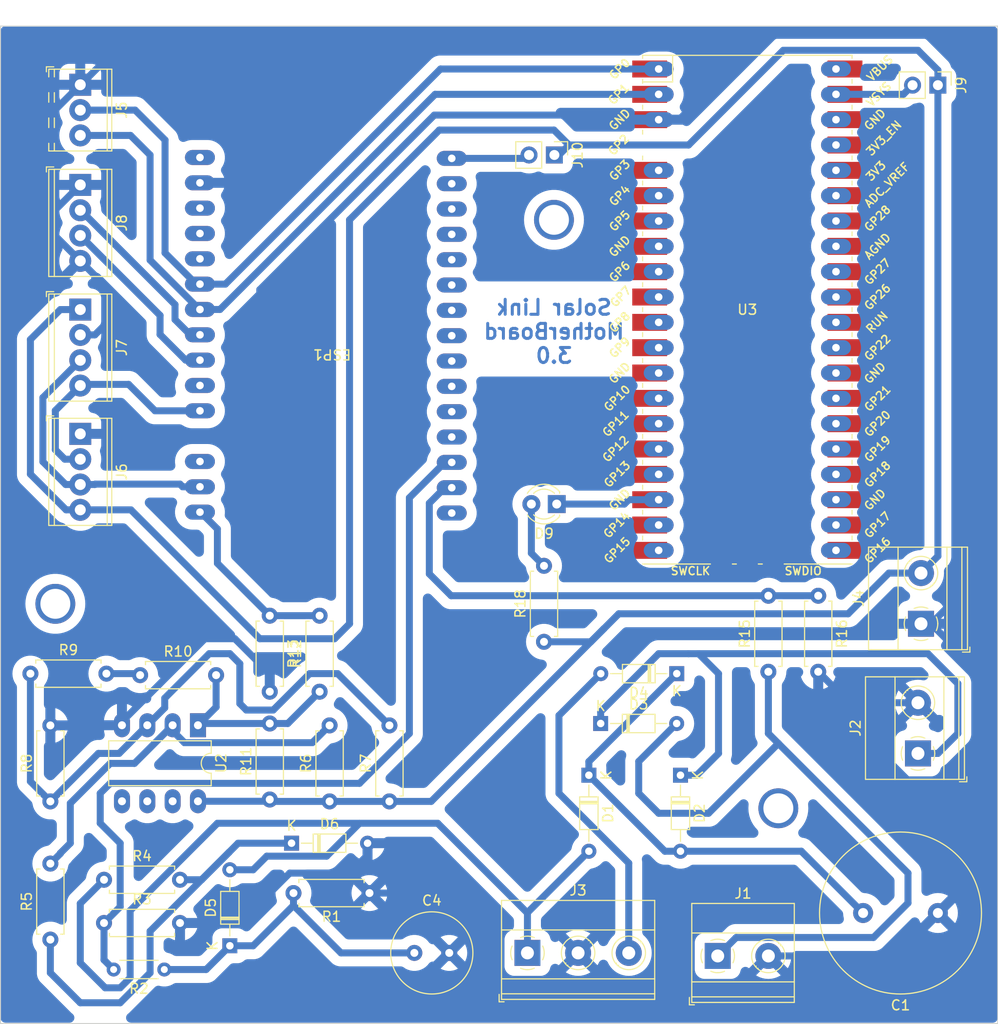
<source format=kicad_pcb>
(kicad_pcb (version 20221018) (generator pcbnew)
  (layers (0 "F.Cu" signal) (31 "B.Cu" signal) (34 "B.Paste" user) (35 "F.Paste" user) (36 "B.SilkS" user "B.Silkscreen") (37 "F.SilkS" user "F.Silkscreen") (38 "B.Mask" user) (39 "F.Mask" user) (44 "Edge.Cuts" user))
  (net 0 "")
  (net 1 "Bat 2")
  (net 2 "Net-(D1-K)")
  (net 3 "Fuente 12v")
  (net 4 "Fuente 5v")
  (net 5 "Net-(D5-K)")
  (net 6 "Trans 1")
  (net 7 "Bat 1")
  (net 8 "Trans 2")
  (net 9 "Net-(D6-K)")
  (net 10 "Net-(D9-A)")
  (net 18 "ESP1, ADC")
  (net 22 "Net-(ESP1-ADC2_4,RTCGPIO14,GPIO13,TOUCH_4,HSPI_MOSI,SD_DAT3)")
  (net 24 "ESP2")
  (net 25 "ESP6, SCL")
  (net 26 "ESP5, SDA")
  (net 27 "ESP4, I{slash}O")
  (net 28 "ESP3, I{slash}O")
  (net 30 "ESP8, Tx")
  (net 31 "ESP7, Rx")
  (net 32 "ESP 12, ADC")
  (net 38 "Net-(U2--)")
  (net 39 "Net-(U2-+)")
  (net 40 "Net-(R10-Pad1)")
  (net 41 "Net-(R10-Pad2)")
  (net 59 "GNDREF")
  (net 78 "Net-(J9-Pin_2)")
  (footprint "Resistor_THT:R_Axial_DIN0207_L6.3mm_D2.5mm_P7.62mm_Horizontal" (layer "F.Cu") (at 142 136 180)
    (fp_text reference "R1")
    (fp_text value "10k")
  )
  (footprint "TerminalBlock_Phoenix:TerminalBlock_Phoenix_MPT-0,5-4-2.54_1x04_P2.54mm_Horizontal" (layer "F.Cu") (at 113 65 -90)
    (fp_text reference "J8")
    (fp_text value "Conmutacion" hide)
  )
  (footprint "Resistor_THT:R_Axial_DIN0207_L6.3mm_D2.5mm_P7.62mm_Horizontal" (layer "F.Cu") (at 108 114)
    (fp_text reference "R9")
    (fp_text value "10M")
  )
  (footprint "TerminalBlock_Phoenix:TerminalBlock_Phoenix_MKDS-1,5-2-5.08_1x02_P5.08mm_Horizontal" (layer "F.Cu") (at 197 122 90)
    (fp_text reference "J2")
    (fp_text value "Salida 12V")
  )
  (footprint "Diode_THT:D_DO-34_SOD68_P7.62mm_Horizontal" (layer "F.Cu") (at 164 124.185 -90)
    (fp_text reference "D1")
    (fp_text value "D")
  )
  (footprint "ESP32DevKitV1:ESP32 15pin" (layer "F.Cu") (at 138.25 81.5 180)
    (fp_text reference "ESP1")
    (fp_text value "~")
  )
  (footprint "Resistor_THT:R_Axial_DIN0207_L6.3mm_D2.5mm_P7.62mm_Horizontal" (layer "F.Cu") (at 187 106.19 -90)
    (fp_text reference "R16")
    (fp_text value "10k")
  )
  (footprint "Resistor_THT:R_Axial_DIN0207_L6.3mm_D2.5mm_P7.62mm_Horizontal" (layer "F.Cu") (at 115.38 139)
    (fp_text reference "R3")
    (fp_text value "10k")
  )
  (footprint "Package_DIP:DIP-8_W7.62mm_LongPads" (layer "F.Cu") (at 124.8 119.175 -90)
    (fp_text reference "U2")
    (fp_text value "AD8603")
  )
  (footprint "TerminalBlock_Phoenix:TerminalBlock_Phoenix_MKDS-1,5-2-5.08_1x02_P5.08mm_Horizontal" (layer "F.Cu") (at 197.305 109 90)
    (fp_text reference "J4")
    (fp_text value "Salida 5v")
  )
  (footprint "Resistor_THT:R_Axial_DIN0207_L6.3mm_D2.5mm_P7.62mm_Horizontal" (layer "F.Cu") (at 110 140.665 90)
    (fp_text reference "R5")
    (fp_text value "5,1k")
  )
  (footprint "TerminalBlock_Phoenix:TerminalBlock_Phoenix_MPT-0,5-4-2.54_1x04_P2.54mm_Horizontal" (layer "F.Cu") (at 113 89.96 -90)
    (fp_text reference "J6")
    (fp_text value "LCD" hide)
  )
  (footprint "Diode_THT:D_DO-34_SOD68_P7.62mm_Horizontal" (layer "F.Cu") (at 128 141.285 90)
    (fp_text reference "D5")
    (fp_text value "D")
  )
  (footprint "Resistor_THT:R_Axial_DIN0207_L6.3mm_D2.5mm_P7.62mm_Horizontal" (layer "F.Cu") (at 138 126.81 90)
    (fp_text reference "R6")
    (fp_text value "100k")
  )
  (footprint "Diode_THT:D_DO-34_SOD68_P7.62mm_Horizontal" (layer "F.Cu") (at 134.185 131)
    (fp_text reference "D6")
    (fp_text value "1N914")
  )
  (footprint "Raspberry Pi Pico:RPi_Pico_SMD_TH" (layer "F.Cu") (at 179.89 77.51)
    (fp_text reference "U3")
    (fp_text value "Pico")
  )
  (footprint "Diode_THT:D_DO-34_SOD68_P7.62mm_Horizontal" (layer "F.Cu") (at 173.185 124.185 -90)
    (fp_text reference "D2")
    (fp_text value "D")
  )
  (footprint "Resistor_THT:R_Axial_DIN0207_L6.3mm_D2.5mm_P7.62mm_Horizontal" (layer "F.Cu") (at 137 115.81 90)
    (fp_text reference "R12")
    (fp_text value "100k")
  )
  (footprint "TerminalBlock_Phoenix:TerminalBlock_Phoenix_MPT-0,5-4-2.54_1x04_P2.54mm_Horizontal" (layer "F.Cu") (at 113 77.5 -90)
    (fp_text reference "J7")
    (fp_text value "Corriente")
  )
  (footprint "Resistor_THT:R_Axial_DIN0207_L6.3mm_D2.5mm_P7.62mm_Horizontal" (layer "F.Cu") (at 159.5 110.81 90)
    (fp_text reference "R18")
    (fp_text value "1k")
  )
  (footprint "Resistor_THT:R_Axial_DIN0207_L6.3mm_D2.5mm_P7.62mm_Horizontal" (layer "F.Cu") (at 110 126.81 90)
    (fp_text reference "R8")
    (fp_text value "10k")
  )
  (footprint "Resistor_THT:R_Axial_DIN0207_L6.3mm_D2.5mm_P7.62mm_Horizontal" (layer "F.Cu") (at 132 126.62 90)
    (fp_text reference "R11")
    (fp_text value "5,1k")
  )
  (footprint "Resistor_THT:R_Axial_DIN0207_L6.3mm_D2.5mm_P7.62mm_Horizontal" (layer "F.Cu") (at 132 108.19 -90)
    (fp_text reference "R13")
    (fp_text value "150k")
  )
  (footprint "Resistor_THT:R_Axial_DIN0204_L3.6mm_D1.6mm_P5.08mm_Horizontal" (layer "F.Cu") (at 121.425 143.665 180)
    (fp_text reference "R2")
    (fp_text value "220k")
  )
  (footprint "Resistor_THT:R_Axial_DIN0207_L6.3mm_D2.5mm_P7.62mm_Horizontal" (layer "F.Cu") (at 115.38 134.665)
    (fp_text reference "R4")
    (fp_text value "5,1k")
  )
  (footprint "Connector_PinHeader_2.54mm:PinHeader_1x02_P2.54mm_Vertical" (layer "F.Cu") (at 199 55 -90)
    (fp_text reference "J9")
    (fp_text value "Conn_01x02_Pin")
  )
  (footprint "Diode_THT:D_DO-34_SOD68_P7.62mm_Horizontal" (layer "F.Cu") (at 165.185 119)
    (fp_text reference "D3")
    (fp_text value "D")
  )
  (footprint "Capacitor_THT:C_Radial_D16.0mm_H25.0mm_P7.50mm" (layer "F.Cu") (at 199 138 180)
    (fp_text reference "C1")
    (fp_text value "2200uF")
  )
  (footprint "LED_THT:LED_D3.0mm" (layer "F.Cu") (at 160.775 97 180)
    (fp_text reference "D9")
    (fp_text value "Verde")
  )
  (footprint "Connector_PinHeader_2.54mm:PinHeader_1x02_P2.54mm_Vertical" (layer "F.Cu") (at 160.54 62 -90)
    (fp_text reference "J10")
    (fp_text value "Conn_01x02_Pin" hide)
  )
  (footprint "Diode_THT:D_DO-34_SOD68_P7.62mm_Horizontal" (layer "F.Cu") (at 172.815 114 180)
    (fp_text reference "D4")
    (fp_text value "D")
  )
  (footprint "TerminalBlock_Phoenix:TerminalBlock_Phoenix_MKDS-1,5-2-5.08_1x02_P5.08mm_Horizontal" (layer "F.Cu") (at 176.92 142.305)
    (fp_text reference "J1")
    (fp_text value "Bateria")
  )
  (footprint "TerminalBlock_Phoenix:TerminalBlock_Phoenix_MPT-0,5-3-2.54_1x03_P2.54mm_Horizontal" (layer "F.Cu") (at 113 54.96 -90)
    (fp_text reference "J5")
    (fp_text value "Raspberry Pi" hide)
  )
  (footprint "Capacitor_THT:C_Radial_D8.0mm_H11.5mm_P3.50mm" (layer "F.Cu") (at 146.5 142)
    (fp_text reference "C4")
    (fp_text value "100u")
  )
  (footprint "TerminalBlock_Phoenix:TerminalBlock_Phoenix_MKDS-1,5-3-5.08_1x03_P5.08mm_Horizontal" (layer "F.Cu") (at 157.84 142)
    (fp_text reference "J3")
    (fp_text value "Transformador")
  )
  (footprint "Resistor_THT:R_Axial_DIN0207_L6.3mm_D2.5mm_P7.62mm_Horizontal" (layer "F.Cu") (at 144 126.81 90)
    (fp_text reference "R7")
    (fp_text value "100k")
  )
  (footprint "Resistor_THT:R_Axial_DIN0207_L6.3mm_D2.5mm_P7.62mm_Horizontal" (layer "F.Cu") (at 119 114.15)
    (fp_text reference "R10")
    (fp_text value "10M")
  )
  (footprint "Resistor_THT:R_Axial_DIN0207_L6.3mm_D2.5mm_P7.62mm_Horizontal" (layer "F.Cu") (at 182 113.81 90)
    (fp_text reference "R15")
    (fp_text value "100k")
  )
  (gr_line (start 205 49.08) (end 205 149.08) (stroke (width 0.1)) (layer "Edge.Cuts"))
  (gr_line (start 105 149.08) (end 105 49.08) (stroke (width 0.1)) (layer "Edge.Cuts"))
  (gr_line (start 105 49.08) (end 205 49.08) (stroke (width 0.1)) (layer "Edge.Cuts"))
  (gr_line (start 205 149.08) (end 105 149.08) (stroke (width 0.1)) (layer "Edge.Cuts"))
  (gr_text "Solar Link\nMotherBoard\n3.0" (at 160.5 83) (layer "B.Cu") (effects (font (size 1.5 1.5) (thickness 0.3) bold) (justify bottom mirror)))
  (via (at 160.5 68.5) (size 4) (drill 3) (layers "F.Cu" "B.Cu") (net 0))
  (via (at 110.5 107) (size 4) (drill 3) (layers "F.Cu" "B.Cu") (net 0))
  (via (at 183 127.5) (size 4) (drill 3) (layers "F.Cu" "B.Cu") (net 0))
  (segment (start 190.11 116.92) (end 190.11 118.81) (width 0.7) (layer "B.Cu") (net 1))
  (segment (start 167.92 147) (end 162.92 142) (width 0.7) (layer "B.Cu") (net 1))
  (segment (start 117.18 119.175) (end 110.015 119.175) (width 0.7) (layer "B.Cu") (net 1))
  (segment (start 203 134) (end 203 132) (width 0.7) (layer "B.Cu") (net 1))
  (segment (start 194.695 142.305) (end 199 138) (width 0.7) (layer "B.Cu") (net 1))
  (segment (start 113 65) (end 110.5 67.5) (width 0.7) (layer "B.Cu") (net 1))
  (segment (start 116 75.62) (end 113 72.62) (width 0.7) (layer "B.Cu") (net 1))
  (segment (start 129 139) (end 123 139) (width 0.7) (layer "B.Cu") (net 1))
  (segment (start 113 54.96) (end 110.5 57.46) (width 0.7) (layer "B.Cu") (net 1))
  (segment (start 132 114) (end 128.5 110.5) (width 0.7) (layer "B.Cu") (net 1))
  (segment (start 181.5 50) (end 178.5 50) (width 0.7) (layer "B.Cu") (net 1))
  (segment (start 203 131) (end 203 113.695) (width 0.7) (layer "B.Cu") (net 1))
  (segment (start 150 142) (end 155 147) (width 0.7) (layer "B.Cu") (net 1))
  (segment (start 113.04 54.96) (end 117.5 50.5) (width 0.7) (layer "B.Cu") (net 1))
  (segment (start 126.75 64.79) (end 128.21 64.79) (width 0.7) (layer "B.Cu") (net 1))
  (segment (start 182 142.305) (end 194.695 142.305) (width 0.7) (layer "B.Cu") (net 1))
  (segment (start 125.5 110.5) (end 117.18 118.82) (width 0.7) (layer "B.Cu") (net 1))
  (segment (start 117.5 50.5) (end 142.5 50.5) (width 0.7) (layer "B.Cu") (net 1))
  (segment (start 203 132) (end 203 131) (width 0.7) (layer "B.Cu") (net 1))
  (segment (start 116 78.5) (end 116 75.62) (width 0.7) (layer "B.Cu") (net 1))
  (segment (start 199 138) (end 203 134) (width 0.7) (layer "B.Cu") (net 1))
  (segment (start 197.305 109) (end 198.305 109) (width 0.7) (layer "B.Cu") (net 1))
  (segment (start 134 134) (end 129 139) (width 0.7) (layer "B.Cu") (net 1))
  (segment (start 144 136) (end 142 136) (width 0.7) (layer "B.Cu") (net 1))
  (segment (start 203 113.695) (end 198.305 109) (width 0.7) (layer "B.Cu") (net 1))
  (segment (start 121.5 110.5) (end 106 95) (width 0.7) (layer "B.Cu") (net 1))
  (segment (start 150 142) (end 144 136) (width 0.7) (layer "B.Cu") (net 1))
  (segment (start 132 115.81) (end 132 114) (width 0.7) (layer "B.Cu") (net 1))
  (segment (start 140 134) (end 141.805 132.195) (width 0.7) (layer "B.Cu") (net 1))
  (segment (start 203 131.7) (end 203 132) (width 0.7) (layer "B.Cu") (net 1))
  (segment (start 142.5 50.5) (end 176.5 50.5) (width 0.7) (layer "B.Cu") (net 1))
  (segment (start 182 142.305) (end 177.305 147) (width 0.7) (layer "B.Cu") (net 1))
  (segment (start 171 58.46) (end 173.04 58.46) (width 0.7) (layer "B.Cu") (net 1))
  (segment (start 155 147) (end 167.92 147) (width 0.7) (layer "B.Cu") (net 1))
  (segment (start 113 89.96) (end 128.04 89.96) (width 0.7) (layer "B.Cu") (net 1))
  (segment (start 190.11 118.81) (end 203 131.7) (width 0.7) (layer "B.Cu") (net 1))
  (segment (start 110.5 69.5) (end 110.5 67.5) (width 0.7) (layer "B.Cu") (net 1))
  (segment (start 173.04 58.46) (end 181.5 50) (width 0.7) (layer "B.Cu") (net 1))
  (segment (start 178 50.5) (end 176.5 50.5) (width 0.7) (layer "B.Cu") (net 1))
  (segment (start 200 50) (end 181.5 50) (width 0.7) (layer "B.Cu") (net 1))
  (segment (start 134 134) (end 140 134) (width 0.7) (layer "B.Cu") (net 1))
  (segment (start 106 95) (end 106 74) (width 0.7) (layer "B.Cu") (net 1))
  (segment (start 131 87) (end 131 75.5) (width 0.7) (layer "B.Cu") (net 1))
  (segment (start 140 134) (end 142 136) (width 0.7) (layer "B.Cu") (net 1))
  (segment (start 114.46 80.04) (end 116 78.5) (width 0.7) (layer "B.Cu") (net 1))
  (segment (start 106 74) (end 110.5 69.5) (width 0.7) (layer "B.Cu") (net 1))
  (segment (start 198.305 109) (end 202.5 104.805) (width 0.7) (layer "B.Cu") (net 1))
  (segment (start 202.5 52.5) (end 200 50) (width 0.7) (layer "B.Cu") (net 1))
  (segment (start 128.21 64.79) (end 142.5 50.5) (width 0.7) (layer "B.Cu") (net 1))
  (segment (start 190.11 116.92) (end 187 113.81) (width 0.7) (layer "B.Cu") (net 1))
  (segment (start 110.5 57.46) (end 110.5 58) (width 0.7) (layer "B.Cu") (net 1))
  (segment (start 168 58.46) (end 171 58.46) (width 0.7) (layer "B.Cu") (net 1))
  (segment (start 128.04 89.96) (end 131 87) (width 0.7) (layer "B.Cu") (net 1))
  (segment (start 113 72.62) (end 110.5 70.12) (width 0.7) (layer "B.Cu") (net 1))
  (segment (start 113 80.04) (end 114.46 80.04) (width 0.7) (layer "B.Cu") (net 1))
  (segment (start 110.015 119.175) (end 110 119.19) (width 0.7) (layer "B.Cu") (net 1))
  (segment (start 167.54 58) (end 168 58.46) (width 0.7) (layer "B.Cu") (net 1))
  (segment (start 113 54.96) (end 113.04 54.96) (width 0.7) (layer "B.Cu") (net 1))
  (segment (start 148.5 58) (end 167.54 58) (width 0.7) (layer "B.Cu") (net 1))
  (segment (start 202.5 104.805) (end 202.5 52.5) (width 0.7) (layer "B.Cu") (net 1))
  (segment (start 131 75.5) (end 148.5 58) (width 0.7) (layer "B.Cu") (net 1))
  (segment (start 197 116.92) (end 190.11 116.92) (width 0.7) (layer "B.Cu") (net 1))
  (segment (start 110.5 67.5) (end 110.5 58) (width 0.7) (layer "B.Cu") (net 1))
  (segment (start 117.18 118.82) (end 117.18 119.175) (width 0.7) (layer "B.Cu") (net 1))
  (segment (start 141.805 132.195) (end 141.805 131) (width 0.7) (layer "B.Cu") (net 1))
  (segment (start 178.5 50) (end 178 50.5) (width 0.7) (layer "B.Cu") (net 1))
  (segment (start 177.305 147) (end 167.92 147) (width 0.7) (layer "B.Cu") (net 1))
  (segment (start 110.5 70.12) (end 110.5 69.5) (width 0.7) (layer "B.Cu") (net 1))
  (segment (start 128.5 110.5) (end 125.5 110.5) (width 0.7) (layer "B.Cu") (net 1))
  (segment (start 125.5 110.5) (end 121.5 110.5) (width 0.7) (layer "B.Cu") (net 1))
  (segment (start 164 124.185) (end 164 122.815) (width 0.7) (layer "B.Cu") (net 2))
  (segment (start 173.185 131.805) (end 171.62 131.805) (width 0.7) (layer "B.Cu") (net 2))
  (segment (start 171.62 131.805) (end 164 124.185) (width 0.7) (layer "B.Cu") (net 2))
  (segment (start 191.5 138) (end 185.305 131.805) (width 0.7) (layer "B.Cu") (net 2))
  (segment (start 164 122.815) (end 172.815 114) (width 0.7) (layer "B.Cu") (net 2))
  (segment (start 185.305 131.805) (end 173.185 131.805) (width 0.7) (layer "B.Cu") (net 2))
  (segment (start 171 112) (end 165.185 117.815) (width 0.7) (layer "B.Cu") (net 3))
  (segment (start 177 114) (end 175 112) (width 0.7) (layer "B.Cu") (net 3))
  (segment (start 173.185 124.185) (end 174.815 124.185) (width 0.7) (layer "B.Cu") (net 3))
  (segment (start 174 112) (end 171 112) (width 0.7) (layer "B.Cu") (net 3))
  (segment (start 201 115) (end 198 112) (width 0.7) (layer "B.Cu") (net 3))
  (segment (start 201 120) (end 201 115) (width 0.7) (layer "B.Cu") (net 3))
  (segment (start 198 112) (end 175 112) (width 0.7) (layer "B.Cu") (net 3))
  (segment (start 197 122) (end 199 122) (width 0.7) (layer "B.Cu") (net 3))
  (segment (start 175 112) (end 174 112) (width 0.7) (layer "B.Cu") (net 3))
  (segment (start 199 122) (end 201 120) (width 0.7) (layer "B.Cu") (net 3))
  (segment (start 177 122) (end 177 114) (width 0.7) (layer "B.Cu") (net 3))
  (segment (start 165.185 117.815) (end 165.185 119) (width 0.7) (layer "B.Cu") (net 3))
  (segment (start 174.815 124.185) (end 177 122) (width 0.7) (layer "B.Cu") (net 3))
  (segment (start 199 102.225) (end 199 55) (width 0.7) (layer "B.Cu") (net 4))
  (segment (start 162 61) (end 160.5 59.5) (width 0.7) (layer "B.Cu") (net 4))
  (segment (start 111 77.5) (end 108 80.5) (width 0.7) (layer "B.Cu") (net 4))
  (segment (start 197.305 103.92) (end 199 102.225) (width 0.7) (layer "B.Cu") (net 4))
  (segment (start 148.19 126.81) (end 165.5 109.5) (width 0.7) (layer "B.Cu") (net 4))
  (segment (start 161 62) (end 162 61) (width 0.7) (layer "B.Cu") (net 4))
  (segment (start 140 109) (end 138.5 110.5) (width 0.7) (layer "B.Cu") (net 4))
  (segment (start 162 61) (end 174 61) (width 0.7) (layer "B.Cu") (net 4))
  (segment (start 140 68.5) (end 140 109) (width 0.7) (layer "B.Cu") (net 4))
  (segment (start 118.08 97.58) (end 113 97.58) (width 0.7) (layer "B.Cu") (net 4))
  (segment (start 131.825 126.795) (end 132 126.62) (width 0.7) (layer "B.Cu") (net 4))
  (segment (start 144 126.81) (end 138 126.81) (width 0.7) (layer "B.Cu") (net 4))
  (segment (start 144 126.81) (end 148.19 126.81) (width 0.7) (layer "B.Cu") (net 4))
  (segment (start 108 80.5) (end 108 94) (width 0.7) (layer "B.Cu") (net 4))
  (segment (start 197.305 103.92) (end 194.08 103.92) (width 0.7) (layer "B.Cu") (net 4))
  (segment (start 138.5 110.5) (end 131 110.5) (width 0.7) (layer "B.Cu") (net 4))
  (segment (start 190 108) (end 194.08 103.92) (width 0.7) (layer "B.Cu") (net 4))
  (segment (start 138 126.81) (end 132.19 126.81) (width 0.7) (layer "B.Cu") (net 4))
  (segment (start 124.8 126.795) (end 131.825 126.795) (width 0.7) (layer "B.Cu") (net 4))
  (segment (start 131 110.5) (end 118.08 97.58) (width 0.7) (layer "B.Cu") (net 4))
  (segment (start 167 108) (end 190 108) (width 0.7) (layer "B.Cu") (net 4))
  (segment (start 111.58 97.58) (end 113 97.58) (width 0.7) (layer "B.Cu") (net 4))
  (segment (start 124.975 126.62) (end 124.8 126.795) (width 0.7) (layer "B.Cu") (net 4))
  (segment (start 183.5 51.5) (end 197 51.5) (width 0.7) (layer "B.Cu") (net 4))
  (segment (start 197 51.5) (end 199 53.5) (width 0.7) (layer "B.Cu") (net 4))
  (segment (start 165.5 109.5) (end 167 108) (width 0.7) (layer "B.Cu") (net 4))
  (segment (start 164.19 110.81) (end 165.5 109.5) (width 0.7) (layer "B.Cu") (net 4))
  (segment (start 174 61) (end 183.5 51.5) (width 0.7) (layer "B.Cu") (net 4))
  (segment (start 160.54 62) (end 161 62) (width 0.7) (layer "B.Cu") (net 4))
  (segment (start 149 59.5) (end 140 68.5) (width 0.7) (layer "B.Cu") (net 4))
  (segment (start 160.5 59.5) (end 149 59.5) (width 0.7) (layer "B.Cu") (net 4))
  (segment (start 132.19 126.81) (end 132 126.62) (width 0.7) (layer "B.Cu") (net 4))
  (segment (start 108 94) (end 111.58 97.58) (width 0.7) (layer "B.Cu") (net 4))
  (segment (start 199 53.5) (end 199 55) (width 0.7) (layer "B.Cu") (net 4))
  (segment (start 159.5 110.81) (end 164.19 110.81) (width 0.7) (layer "B.Cu") (net 4))
  (segment (start 113 77.5) (end 111 77.5) (width 0.7) (layer "B.Cu") (net 4))
  (segment (start 121.425 143.665) (end 125.62 143.665) (width 0.7) (layer "B.Cu") (net 5))
  (segment (start 130.335 141.285) (end 128 141.285) (width 0.7) (layer "B.Cu") (net 5))
  (segment (start 146.5 142) (end 139.14 142) (width 0.7) (layer "B.Cu") (net 5))
  (segment (start 134.38 137.24) (end 130.335 141.285) (width 0.7) (layer "B.Cu") (net 5))
  (segment (start 134.38 137.24) (end 134.38 136) (width 0.7) (layer "B.Cu") (net 5))
  (segment (start 139.14 142) (end 134.38 137.24) (width 0.7) (layer "B.Cu") (net 5))
  (segment (start 125.62 143.665) (end 128 141.285) (width 0.7) (layer "B.Cu") (net 5))
  (segment (start 128 133.665) (end 130.335 133.665) (width 0.7) (layer "B.Cu") (net 6))
  (segment (start 113 137.045) (end 113 143) (width 0.7) (layer "B.Cu") (net 6))
  (segment (start 126.755811 129) (end 141 129) (width 0.7) (layer "B.Cu") (net 6))
  (segment (start 118 137.755811) (end 126.755811 129) (width 0.7) (layer "B.Cu") (net 6))
  (segment (start 117 145.5) (end 118 144.5) (width 0.7) (layer "B.Cu") (net 6))
  (segment (start 131.7 132.3) (end 137.7 132.3) (width 0.7) (layer "B.Cu") (net 6))
  (segment (start 118 144.5) (end 118 137.755811) (width 0.7) (layer "B.Cu") (net 6))
  (segment (start 113 143) (end 115.5 145.5) (width 0.7) (layer "B.Cu") (net 6))
  (segment (start 157.84 138) (end 157.84 137.965) (width 0.7) (layer "B.Cu") (net 6))
  (segment (start 115.5 145.5) (end 117 145.5) (width 0.7) (layer "B.Cu") (net 6))
  (segment (start 141 129) (end 148.84 129) (width 0.7) (layer "B.Cu") (net 6))
  (segment (start 157.84 142) (end 157.84 138) (width 0.7) (layer "B.Cu") (net 6))
  (segment (start 137.7 132.3) (end 141 129) (width 0.7) (layer "B.Cu") (net 6))
  (segment (start 115.38 134.665) (end 113 137.045) (width 0.7) (layer "B.Cu") (net 6))
  (segment (start 148.84 129) (end 157.84 138) (width 0.7) (layer "B.Cu") (net 6))
  (segment (start 157.84 137.965) (end 164 131.805) (width 0.7) (layer "B.Cu") (net 6))
  (segment (start 130.335 133.665) (end 131.7 132.3) (width 0.7) (layer "B.Cu") (net 6))
  (segment (start 172.805 119) (end 169 122.805) (width 0.7) (layer "B.Cu") (net 7))
  (segment (start 169 126) (end 171 128) (width 0.7) (layer "B.Cu") (net 7))
  (segment (start 171 128) (end 176 128) (width 0.7) (layer "B.Cu") (net 7))
  (segment (start 182 113.81) (end 182 120) (width 0.7) (layer "B.Cu") (net 7))
  (segment (start 176.92 142.305) (end 178.77 140.455) (width 0.7) (layer "B.Cu") (net 7))
  (segment (start 192.545 140.455) (end 196 137) (width 0.7) (layer "B.Cu") (net 7))
  (segment (start 196 134) (end 183 121) (width 0.7) (layer "B.Cu") (net 7))
  (segment (start 196 137) (end 196 134) (width 0.7) (layer "B.Cu") (net 7))
  (segment (start 178.77 140.455) (end 192.545 140.455) (width 0.7) (layer "B.Cu") (net 7))
  (segment (start 182 120) (end 183 121) (width 0.7) (layer "B.Cu") (net 7))
  (segment (start 176 128) (end 183 121) (width 0.7) (layer "B.Cu") (net 7))
  (segment (start 169 122.805) (end 169 126) (width 0.7) (layer "B.Cu") (net 7))
  (segment (start 168 133) (end 168 142) (width 0.7) (layer "B.Cu") (net 8))
  (segment (start 165.195 114) (end 161 118.195) (width 0.7) (layer "B.Cu") (net 8))
  (segment (start 161 118.195) (end 161 126) (width 0.7) (layer "B.Cu") (net 8))
  (segment (start 161 126) (end 168 133) (width 0.7) (layer "B.Cu") (net 8))
  (segment (start 125.161522 134.665) (end 127.913261 131.913261) (width 0.7) (layer "B.Cu") (net 9))
  (segment (start 127.913261 131.913261) (end 120 139.826522) (width 0.7) (layer "B.Cu") (net 9))
  (segment (start 110 144) (end 110 140.665) (width 0.7) (layer "B.Cu") (net 9))
  (segment (start 123 134.665) (end 125.161522 134.665) (width 0.7) (layer "B.Cu") (net 9))
  (segment (start 117 147) (end 113 147) (width 0.7) (layer "B.Cu") (net 9))
  (segment (start 113 147) (end 110 144) (width 0.7) (layer "B.Cu") (net 9))
  (segment (start 134.185 131) (end 128.826522 131) (width 0.7) (layer "B.Cu") (net 9))
  (segment (start 128.826522 131) (end 127.913261 131.913261) (width 0.7) (layer "B.Cu") (net 9))
  (segment (start 120 144) (end 117 147) (width 0.7) (layer "B.Cu") (net 9))
  (segment (start 120 139.826522) (end 120 144) (width 0.7) (layer "B.Cu") (net 9))
  (segment (start 158.235 97) (end 158.235 101.925) (width 0.7) (layer "B.Cu") (net 10))
  (segment (start 158.235 101.925) (end 159.5 103.19) (width 0.7) (layer "B.Cu") (net 10))
  (segment (start 115 129) (end 115 126) (width 0.7) (layer "B.Cu") (net 18))
  (segment (start 141 125) (end 146 120) (width 0.7) (layer "B.Cu") (net 18))
  (segment (start 115 126) (end 116 125) (width 0.7) (layer "B.Cu") (net 18))
  (segment (start 115.38 142.7) (end 116.345 143.665) (width 0.7) (layer "B.Cu") (net 18))
  (segment (start 117 137.38) (end 117 131) (width 0.7) (layer "B.Cu") (net 18))
  (segment (start 146 96.37) (end 149.55 92.82) (width 0.7) (layer "B.Cu") (net 18))
  (segment (start 115.38 139) (end 115.38 142.7) (width 0.7) (layer "B.Cu") (net 18))
  (segment (start 115.38 139) (end 117 137.38) (width 0.7) (layer "B.Cu") (net 18))
  (segment (start 116 125) (end 141 125) (width 0.7) (layer "B.Cu") (net 18))
  (segment (start 149.55 92.82) (end 150.25 92.82) (width 0.7) (layer "B.Cu") (net 18))
  (segment (start 117 131) (end 115 129) (width 0.7) (layer "B.Cu") (net 18))
  (segment (start 146 120) (end 146 96.37) (width 0.7) (layer "B.Cu") (net 18))
  (segment (start 158.46 62) (end 158.12 62.34) (width 0.7) (layer "B.Cu") (net 22))
  (segment (start 158.12 62.34) (end 150.25 62.34) (width 0.7) (layer "B.Cu") (net 22))
  (segment (start 125 97.81) (end 125.06 97.81) (width 0.7) (layer "B.Cu") (net 24))
  (segment (start 126.75 99.5) (end 126.75 102.94) (width 0.7) (layer "B.Cu") (net 24))
  (segment (start 125.06 97.81) (end 126.75 99.5) (width 0.7) (layer "B.Cu") (net 24))
  (segment (start 126.75 102.94) (end 132 108.19) (width 0.7) (layer "B.Cu") (net 24))
  (segment (start 137 108.19) (end 132 108.19) (width 0.7) (layer "B.Cu") (net 24))
  (segment (start 114.46 95.04) (end 114.5 95) (width 0.7) (layer "B.Cu") (net 25))
  (segment (start 114.5 95) (end 123 95) (width 0.7) (layer "B.Cu") (net 25))
  (segment (start 123.27 95.27) (end 125 95.27) (width 0.7) (layer "B.Cu") (net 25))
  (segment (start 109.25 86.33) (end 109.25 92.75) (width 0.7) (layer "B.Cu") (net 25))
  (segment (start 113 95.04) (end 114.46 95.04) (width 0.7) (layer "B.Cu") (net 25))
  (segment (start 111.54 95.04) (end 113 95.04) (width 0.7) (layer "B.Cu") (net 25))
  (segment (start 109.25 92.75) (end 111.54 95.04) (width 0.7) (layer "B.Cu") (net 25))
  (segment (start 123 95) (end 123.27 95.27) (width 0.7) (layer "B.Cu") (net 25))
  (segment (start 113 82.58) (end 109.25 86.33) (width 0.7) (layer "B.Cu") (net 25))
  (segment (start 120.5 87.65) (end 117.85 85) (width 0.7) (layer "B.Cu") (net 26))
  (segment (start 113.12 85) (end 113 85.12) (width 0.7) (layer "B.Cu") (net 26))
  (segment (start 110.5 91.555634) (end 110.5 87.62) (width 0.7) (layer "B.Cu") (net 26))
  (segment (start 111.444366 92.5) (end 110.5 91.555634) (width 0.7) (layer "B.Cu") (net 26))
  (segment (start 117.85 85) (end 113.12 85) (width 0.7) (layer "B.Cu") (net 26))
  (segment (start 125 87.65) (end 120.5 87.65) (width 0.7) (layer "B.Cu") (net 26))
  (segment (start 110.5 87.62) (end 113 85.12) (width 0.7) (layer "B.Cu") (net 26))
  (segment (start 113 92.5) (end 111.444366 92.5) (width 0.7) (layer "B.Cu") (net 26))
  (segment (start 123.57 82.57) (end 125 82.57) (width 0.7) (layer "B.Cu") (net 27))
  (segment (start 121 80) (end 123.57 82.57) (width 0.7) (layer "B.Cu") (net 27))
  (segment (start 113 70.08) (end 121 78.08) (width 0.7) (layer "B.Cu") (net 27))
  (segment (start 121 78.08) (end 121 80) (width 0.7) (layer "B.Cu") (net 27))
  (segment (start 124.03 80.03) (end 125 80.03) (width 0.7) (layer "B.Cu") (net 28))
  (segment (start 113.04 67.54) (end 122.5 77) (width 0.7) (layer "B.Cu") (net 28))
  (segment (start 113 67.54) (end 113.04 67.54) (width 0.7) (layer "B.Cu") (net 28))
  (segment (start 122.5 77) (end 122.5 78.5) (width 0.7) (layer "B.Cu") (net 28))
  (segment (start 122.5 78.5) (end 124.03 80.03) (width 0.7) (layer "B.Cu") (net 28))
  (segment (start 113 60.04) (end 118.04 60.04) (width 0.7) (layer "B.Cu") (net 30))
  (segment (start 124.951522 77.49) (end 125 77.49) (width 0.7) (layer "B.Cu") (net 30))
  (segment (start 125 77.49) (end 127.01 77.49) (width 0.7) (layer "B.Cu") (net 30))
  (segment (start 120 72.538478) (end 124.951522 77.49) (width 0.7) (layer "B.Cu") (net 30))
  (segment (start 127.01 77.49) (end 148.58 55.92) (width 0.7) (layer "B.Cu") (net 30))
  (segment (start 118.04 60.04) (end 120 62) (width 0.7) (layer "B.Cu") (net 30))
  (segment (start 120 62) (end 120 72.538478) (width 0.7) (layer "B.Cu") (net 30))
  (segment (start 148.58 55.92) (end 171 55.92) (width 0.7) (layer "B.Cu") (net 30))
  (segment (start 124.625 74.95) (end 125 74.95) (width 0.7) (layer "B.Cu") (net 31))
  (segment (start 118.5 57.5) (end 121.5 60.5) (width 0.7) (layer "B.Cu") (net 31))
  (segment (start 127.55 74.95) (end 149.12 53.38) (width 0.7) (layer "B.Cu") (net 31))
  (segment (start 149.12 53.38) (end 171 53.38) (width 0.7) (layer "B.Cu") (net 31))
  (segment (start 121.5 71.825) (end 124.625 74.95) (width 0.7) (layer "B.Cu") (net 31))
  (segment (start 125 74.95) (end 127.55 74.95) (width 0.7) (layer "B.Cu") (net 31))
  (segment (start 113 57.5) (end 118.5 57.5) (width 0.7) (layer "B.Cu") (net 31))
  (segment (start 121.5 60.5) (end 121.5 71.825) (width 0.7) (layer "B.Cu") (net 31))
  (segment (start 148 96.91) (end 149.55 95.36) (width 0.7) (layer "B.Cu") (net 32))
  (segment (start 182 106.19) (end 150.19 106.19) (width 0.7) (layer "B.Cu") (net 32))
  (segment (start 187 106.19) (end 182 106.19) (width 0.7) (layer "B.Cu") (net 32))
  (segment (start 150.19 106.19) (end 148 104) (width 0.7) (layer "B.Cu") (net 32))
  (segment (start 148 104) (end 148 96.91) (width 0.7) (layer "B.Cu") (net 32))
  (segment (start 149.55 95.36) (end 150.25 95.36) (width 0.7) (layer "B.Cu") (net 32))
  (segment (start 116 123) (end 112 127) (width 0.7) (layer "B.Cu") (net 38))
  (segment (start 136.265 120.925) (end 123.45 120.925) (width 0.7) (layer "B.Cu") (net 38))
  (segment (start 111 132) (end 111 132.045) (width 0.7) (layer "B.Cu") (net 38))
  (segment (start 122.26 119.175) (end 118.435 123) (width 0.7) (layer "B.Cu") (net 38))
  (segment (start 118.435 123) (end 116 123) (width 0.7) (layer "B.Cu") (net 38))
  (segment (start 111 132.045) (end 110 133.045) (width 0.7) (layer "B.Cu") (net 38))
  (segment (start 112 127) (end 112 131) (width 0.7) (layer "B.Cu") (net 38))
  (segment (start 123.45 120.925) (end 122.26 119.735) (width 0.7) (layer "B.Cu") (net 38))
  (segment (start 112 131) (end 111 132) (width 0.7) (layer "B.Cu") (net 38))
  (segment (start 122.26 119.735) (end 122.26 119.175) (width 0.7) (layer "B.Cu") (net 38))
  (segment (start 138 119.19) (end 136.265 120.925) (width 0.7) (layer "B.Cu") (net 38))
  (segment (start 121.47 116.460405) (end 121.47 117.425) (width 0.7) (layer "B.Cu") (net 39))
  (segment (start 129.65 117.65) (end 129 117) (width 0.7) (layer "B.Cu") (net 39))
  (segment (start 121.47 117.425) (end 119.72 119.175) (width 0.7) (layer "B.Cu") (net 39))
  (segment (start 128 112) (end 125.930405 112) (width 0.7) (layer "B.Cu") (net 39))
  (segment (start 138.81 114) (end 136 114) (width 0.7) (layer "B.Cu") (net 39))
  (segment (start 144 119.19) (end 138.81 114) (width 0.7) (layer "B.Cu") (net 39))
  (segment (start 136 114) (end 132.35 117.65) (width 0.7) (layer "B.Cu") (net 39))
  (segment (start 108 114) (end 108 124.81) (width 0.7) (layer "B.Cu") (net 39))
  (segment (start 125.930405 112) (end 121.47 116.460405) (width 0.7) (layer "B.Cu") (net 39))
  (segment (start 129 113) (end 128 112) (width 0.7) (layer "B.Cu") (net 39))
  (segment (start 119.72 119.175) (end 116.895 122) (width 0.7) (layer "B.Cu") (net 39))
  (segment (start 129 117) (end 129 113) (width 0.7) (layer "B.Cu") (net 39))
  (segment (start 132.35 117.65) (end 129.65 117.65) (width 0.7) (layer "B.Cu") (net 39))
  (segment (start 108 124.81) (end 110 126.81) (width 0.7) (layer "B.Cu") (net 39))
  (segment (start 114.81 122) (end 110 126.81) (width 0.7) (layer "B.Cu") (net 39))
  (segment (start 116.895 122) (end 114.81 122) (width 0.7) (layer "B.Cu") (net 39))
  (segment (start 118.85 114) (end 119 114.15) (width 0.7) (layer "B.Cu") (net 40))
  (segment (start 115.62 114) (end 118.85 114) (width 0.7) (layer "B.Cu") (net 40))
  (segment (start 124.8 119.175) (end 124.975 119) (width 0.7) (layer "B.Cu") (net 41))
  (segment (start 126.62 117.355) (end 124.8 119.175) (width 0.7) (layer "B.Cu") (net 41))
  (segment (start 126.62 114.15) (end 126.62 117.355) (width 0.7) (layer "B.Cu") (net 41))
  (segment (start 132 119) (end 133.81 119) (width 0.7) (layer "B.Cu") (net 41))
  (segment (start 124.975 119) (end 132 119) (width 0.7) (layer "B.Cu") (net 41))
  (segment (start 133.81 119) (end 137 115.81) (width 0.7) (layer "B.Cu") (net 41))
  (segment (start 171 96.56) (end 168 96.56) (width 0.7) (layer "B.Cu") (net 59))
  (segment (start 160.775 97) (end 167.56 97) (width 0.7) (layer "B.Cu") (net 59))
  (segment (start 168 96.56) (end 167.56 97) (width 0.7) (layer "B.Cu") (net 59))
  (segment (start 195.54 55.92) (end 188.78 55.92) (width 0.7) (layer "B.Cu") (net 78))
  (segment (start 196.46 55) (end 195.54 55.92) (width 0.7) (layer "B.Cu") (net 78))
  (zone (net 1) (net_name "Bat 2") (layer "B.Cu") (name "Plano de masa") (connect_pads (clearance 1)) (min_thickness 1) (fill yes (thermal_gap 1) (thermal_bridge_width 1) (island_removal_mode 2) (island_area_min 5))
    (polygon (pts (xy 105 49) (xy 105 149) (xy 205 149) (xy 205 49)))
  )
)
</source>
